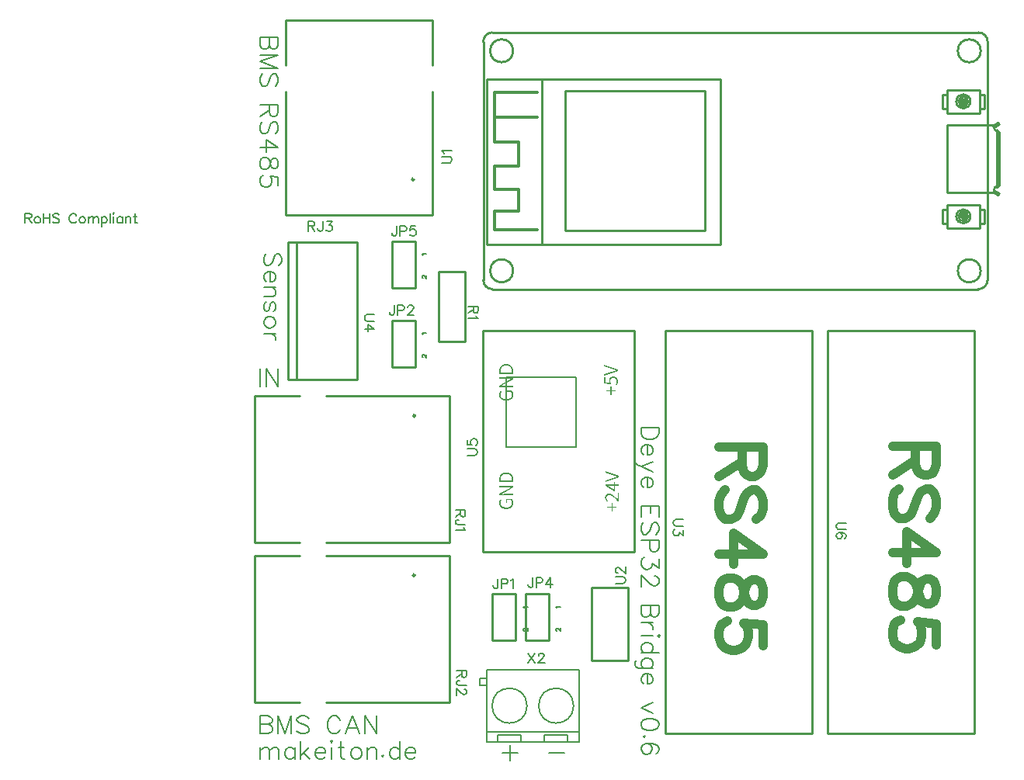
<source format=gto>
G04 Layer: TopSilkscreenLayer*
G04 EasyEDA v6.5.48, 2025-03-13 20:33:32*
G04 94a380b5bd244f86828ecfb0a5ad460b,f9ecfe7abe46434aadffdc01d2bfd918,10*
G04 Gerber Generator version 0.2*
G04 Scale: 100 percent, Rotated: No, Reflected: No *
G04 Dimensions in millimeters *
G04 leading zeros omitted , absolute positions ,4 integer and 5 decimal *
%FSLAX45Y45*%
%MOMM*%

%ADD10C,0.2032*%
%ADD11C,0.1524*%
%ADD12C,0.1500*%
%ADD13C,1.0000*%
%ADD14C,0.2540*%
%ADD15C,0.2997*%
%ADD16C,0.1270*%
%ADD17C,0.0174*%

%LPD*%
G36*
X2757170Y4958334D02*
G01*
X2750312Y4958130D01*
X2743758Y4957622D01*
X2737459Y4956708D01*
X2731516Y4955489D01*
X2725928Y4953863D01*
X2720594Y4951933D01*
X2715615Y4949647D01*
X2710942Y4947005D01*
X2706674Y4944008D01*
X2702712Y4940706D01*
X2699054Y4936998D01*
X2695803Y4932984D01*
X2692908Y4928616D01*
X2690368Y4923942D01*
X2688234Y4918913D01*
X2686456Y4913528D01*
X2685084Y4907838D01*
X2684068Y4901793D01*
X2683459Y4895443D01*
X2683256Y4888738D01*
X2683256Y4869180D01*
X2697226Y4869180D01*
X2697226Y4887468D01*
X2697480Y4894021D01*
X2698242Y4900117D01*
X2699512Y4905806D01*
X2701239Y4911039D01*
X2703474Y4915865D01*
X2706166Y4920284D01*
X2709316Y4924247D01*
X2712923Y4927803D01*
X2716987Y4930902D01*
X2721457Y4933594D01*
X2726385Y4935880D01*
X2731719Y4937760D01*
X2737510Y4939182D01*
X2743657Y4940249D01*
X2750210Y4940858D01*
X2757170Y4941062D01*
X2764078Y4940858D01*
X2770682Y4940249D01*
X2776880Y4939182D01*
X2782722Y4937760D01*
X2788158Y4935880D01*
X2793187Y4933594D01*
X2797810Y4930902D01*
X2801975Y4927803D01*
X2805734Y4924247D01*
X2808986Y4920284D01*
X2811830Y4915865D01*
X2814116Y4911039D01*
X2815996Y4905806D01*
X2817317Y4900117D01*
X2818130Y4894021D01*
X2818384Y4887468D01*
X2818384Y4869180D01*
X2683256Y4869180D01*
X2683256Y4852162D01*
X2832100Y4852162D01*
X2832100Y4889500D01*
X2831896Y4896104D01*
X2831287Y4902352D01*
X2830220Y4908296D01*
X2828798Y4913934D01*
X2826969Y4919218D01*
X2824734Y4924196D01*
X2822143Y4928819D01*
X2819196Y4933137D01*
X2815844Y4937150D01*
X2812186Y4940757D01*
X2808122Y4944059D01*
X2803753Y4947056D01*
X2799029Y4949698D01*
X2793949Y4951984D01*
X2788615Y4953914D01*
X2782925Y4955489D01*
X2776931Y4956708D01*
X2770632Y4957622D01*
X2764028Y4958130D01*
G37*
G36*
X2683256Y4810760D02*
G01*
X2683256Y4794758D01*
X2769514Y4794808D01*
X2792984Y4795875D01*
X2810256Y4797044D01*
X2810256Y4796028D01*
X2779776Y4779772D01*
X2683256Y4723638D01*
X2683256Y4706366D01*
X2832100Y4706366D01*
X2832100Y4722114D01*
X2744774Y4722063D01*
X2727655Y4721402D01*
X2705354Y4720082D01*
X2705354Y4721098D01*
X2735834Y4737354D01*
X2832100Y4793234D01*
X2832100Y4810760D01*
G37*
G36*
X2755900Y4670298D02*
G01*
X2755900Y4622292D01*
X2769870Y4622292D01*
X2769870Y4654804D01*
X2810510Y4654804D01*
X2814421Y4649368D01*
X2817418Y4642459D01*
X2819247Y4634636D01*
X2819908Y4626356D01*
X2819603Y4620463D01*
X2818790Y4614926D01*
X2817418Y4609693D01*
X2815539Y4604867D01*
X2813151Y4600346D01*
X2810256Y4596180D01*
X2806903Y4592421D01*
X2803042Y4588967D01*
X2798775Y4585970D01*
X2794050Y4583277D01*
X2788920Y4581042D01*
X2783382Y4579162D01*
X2777439Y4577689D01*
X2771140Y4576673D01*
X2764434Y4576013D01*
X2757424Y4575810D01*
X2750413Y4576064D01*
X2743758Y4576724D01*
X2737459Y4577842D01*
X2731566Y4579366D01*
X2726029Y4581347D01*
X2720949Y4583684D01*
X2716276Y4586427D01*
X2712059Y4589576D01*
X2708249Y4593031D01*
X2704947Y4596841D01*
X2702102Y4601006D01*
X2699715Y4605477D01*
X2697886Y4610303D01*
X2696514Y4615383D01*
X2695702Y4620717D01*
X2695448Y4626356D01*
X2696565Y4636973D01*
X2699613Y4645761D01*
X2704134Y4653076D01*
X2709672Y4659122D01*
X2698750Y4668520D01*
X2695498Y4665065D01*
X2692298Y4661154D01*
X2689250Y4656734D01*
X2686507Y4651806D01*
X2684170Y4646269D01*
X2682341Y4640173D01*
X2681122Y4633468D01*
X2680716Y4626102D01*
X2680919Y4620260D01*
X2681579Y4614621D01*
X2682646Y4609185D01*
X2684119Y4603953D01*
X2686050Y4598924D01*
X2688336Y4594148D01*
X2690977Y4589576D01*
X2694076Y4585309D01*
X2697480Y4581296D01*
X2701290Y4577537D01*
X2705455Y4574133D01*
X2709976Y4570984D01*
X2714802Y4568190D01*
X2719984Y4565700D01*
X2725521Y4563567D01*
X2731312Y4561789D01*
X2737459Y4560366D01*
X2743911Y4559350D01*
X2750667Y4558741D01*
X2757678Y4558538D01*
X2764790Y4558741D01*
X2771546Y4559350D01*
X2778048Y4560316D01*
X2784195Y4561687D01*
X2790037Y4563414D01*
X2795574Y4565497D01*
X2800756Y4567936D01*
X2805633Y4570679D01*
X2810103Y4573727D01*
X2814269Y4577130D01*
X2818028Y4580788D01*
X2821432Y4584700D01*
X2824480Y4588916D01*
X2827121Y4593386D01*
X2829407Y4598060D01*
X2831287Y4603038D01*
X2832709Y4608169D01*
X2833776Y4613554D01*
X2834436Y4619091D01*
X2834640Y4624832D01*
X2834335Y4632096D01*
X2833370Y4638954D01*
X2831846Y4645456D01*
X2829864Y4651451D01*
X2827375Y4656988D01*
X2824480Y4662017D01*
X2821178Y4666437D01*
X2817622Y4670298D01*
G37*
G36*
X3838956Y4970780D02*
G01*
X3838956Y4953762D01*
X3970274Y4914392D01*
X3970274Y4913630D01*
X3945788Y4906060D01*
X3921251Y4898898D01*
X3838956Y4874006D01*
X3838956Y4856226D01*
X3987800Y4903978D01*
X3987800Y4923282D01*
G37*
G36*
X3933190Y4849368D02*
G01*
X3933190Y4829048D01*
X3838956Y4829048D01*
X3838956Y4814570D01*
X3858260Y4814570D01*
X3871569Y4813757D01*
X3884676Y4813300D01*
X3933190Y4813300D01*
X3933190Y4765802D01*
X3879850Y4801870D01*
X3869029Y4807915D01*
X3858260Y4813554D01*
X3858260Y4814570D01*
X3838956Y4814570D01*
X3838956Y4811268D01*
X3935476Y4748276D01*
X3946398Y4748276D01*
X3946398Y4813300D01*
X3987800Y4813300D01*
X3987800Y4829048D01*
X3946398Y4829048D01*
X3946398Y4849368D01*
G37*
G36*
X3973576Y4734052D02*
G01*
X3973677Y4685487D01*
X3974846Y4666996D01*
X3964686Y4677511D01*
X3954678Y4687163D01*
X3944924Y4695952D01*
X3935323Y4703775D01*
X3925824Y4710582D01*
X3916476Y4716322D01*
X3907231Y4720844D01*
X3902608Y4722672D01*
X3898036Y4724196D01*
X3893464Y4725365D01*
X3888943Y4726228D01*
X3884371Y4726787D01*
X3879850Y4726940D01*
X3873449Y4726584D01*
X3867454Y4725619D01*
X3861917Y4723993D01*
X3856837Y4721758D01*
X3852265Y4718913D01*
X3848252Y4715510D01*
X3844747Y4711547D01*
X3841800Y4707077D01*
X3839464Y4702098D01*
X3837787Y4696612D01*
X3836771Y4690668D01*
X3836415Y4684268D01*
X3836822Y4677562D01*
X3837990Y4671314D01*
X3839870Y4665522D01*
X3842359Y4660087D01*
X3845560Y4654956D01*
X3849268Y4650028D01*
X3853535Y4645355D01*
X3858260Y4640834D01*
X3867404Y4650740D01*
X3863797Y4653991D01*
X3860495Y4657496D01*
X3857498Y4661154D01*
X3854907Y4665065D01*
X3852824Y4669129D01*
X3851198Y4673346D01*
X3850233Y4677714D01*
X3849878Y4682236D01*
X3850487Y4688992D01*
X3852214Y4694834D01*
X3854958Y4699711D01*
X3858666Y4703673D01*
X3863187Y4706772D01*
X3868420Y4708956D01*
X3874262Y4710277D01*
X3880612Y4710684D01*
X3884472Y4710531D01*
X3888435Y4710023D01*
X3892499Y4709210D01*
X3896614Y4708093D01*
X3900830Y4706620D01*
X3909517Y4702657D01*
X3918610Y4697272D01*
X3928211Y4690516D01*
X3938270Y4682337D01*
X3948836Y4672634D01*
X3960012Y4661458D01*
X3977894Y4641850D01*
X3987800Y4641850D01*
X3987800Y4734052D01*
G37*
G36*
X3906774Y4625086D02*
G01*
X3906774Y4583684D01*
X3862324Y4583684D01*
X3862324Y4570222D01*
X3906774Y4570222D01*
X3906774Y4528820D01*
X3919220Y4528820D01*
X3919220Y4570222D01*
X3963924Y4570222D01*
X3963924Y4583684D01*
X3919220Y4583684D01*
X3919220Y4625086D01*
G37*
G36*
X3826256Y6129274D02*
G01*
X3826256Y6112256D01*
X3957574Y6072886D01*
X3957574Y6072124D01*
X3933088Y6064554D01*
X3908551Y6057392D01*
X3826256Y6032500D01*
X3826256Y6014720D01*
X3975100Y6062472D01*
X3975100Y6081776D01*
G37*
G36*
X3926840Y6003290D02*
G01*
X3919016Y6002883D01*
X3911955Y6001715D01*
X3905605Y5999784D01*
X3899966Y5997244D01*
X3895039Y5994044D01*
X3890822Y5990285D01*
X3887266Y5986018D01*
X3884371Y5981293D01*
X3882136Y5976162D01*
X3880561Y5970676D01*
X3879646Y5964885D01*
X3879342Y5958840D01*
X3879799Y5952236D01*
X3881069Y5946343D01*
X3883101Y5940907D01*
X3885692Y5935726D01*
X3840479Y5939790D01*
X3840479Y5996178D01*
X3826256Y5996178D01*
X3826256Y5925058D01*
X3895344Y5920486D01*
X3901186Y5929630D01*
X3897325Y5935675D01*
X3894531Y5941517D01*
X3892854Y5947714D01*
X3892296Y5954776D01*
X3892905Y5961684D01*
X3894683Y5967933D01*
X3897629Y5973368D01*
X3901643Y5978042D01*
X3906672Y5981750D01*
X3912666Y5984494D01*
X3919575Y5986221D01*
X3927348Y5986780D01*
X3935323Y5986119D01*
X3942486Y5984138D01*
X3948734Y5981090D01*
X3954018Y5977077D01*
X3958234Y5972200D01*
X3961333Y5966612D01*
X3963263Y5960516D01*
X3963924Y5954014D01*
X3963568Y5947664D01*
X3962501Y5941872D01*
X3960876Y5936640D01*
X3958793Y5931916D01*
X3956253Y5927598D01*
X3953408Y5923635D01*
X3950360Y5920028D01*
X3947160Y5916676D01*
X3958082Y5908548D01*
X3961790Y5912459D01*
X3965295Y5916777D01*
X3968648Y5921603D01*
X3971594Y5926988D01*
X3974084Y5932932D01*
X3975963Y5939637D01*
X3977182Y5947054D01*
X3977640Y5955284D01*
X3977284Y5961380D01*
X3976115Y5967374D01*
X3974287Y5973165D01*
X3971696Y5978702D01*
X3968394Y5983833D01*
X3964432Y5988507D01*
X3959758Y5992723D01*
X3954475Y5996330D01*
X3948480Y5999276D01*
X3941876Y6001461D01*
X3934663Y6002832D01*
G37*
G36*
X3894074Y5895086D02*
G01*
X3894074Y5853684D01*
X3849624Y5853684D01*
X3849624Y5840222D01*
X3894074Y5840222D01*
X3894074Y5798820D01*
X3906520Y5798820D01*
X3906520Y5840222D01*
X3951224Y5840222D01*
X3951224Y5853684D01*
X3906520Y5853684D01*
X3906520Y5895086D01*
G37*
G36*
X2757170Y6139434D02*
G01*
X2750312Y6139230D01*
X2743758Y6138722D01*
X2737459Y6137808D01*
X2731516Y6136589D01*
X2725928Y6134963D01*
X2720594Y6133033D01*
X2715615Y6130747D01*
X2710942Y6128105D01*
X2706674Y6125108D01*
X2702712Y6121806D01*
X2699054Y6118098D01*
X2695803Y6114084D01*
X2692908Y6109716D01*
X2690368Y6105042D01*
X2688234Y6100013D01*
X2686456Y6094628D01*
X2685084Y6088938D01*
X2684068Y6082893D01*
X2683459Y6076543D01*
X2683256Y6069838D01*
X2683256Y6050280D01*
X2697226Y6050280D01*
X2697226Y6068568D01*
X2697480Y6075121D01*
X2698242Y6081217D01*
X2699512Y6086906D01*
X2701239Y6092139D01*
X2703474Y6096965D01*
X2706166Y6101384D01*
X2709316Y6105347D01*
X2712923Y6108903D01*
X2716987Y6112002D01*
X2721457Y6114694D01*
X2726385Y6116980D01*
X2731719Y6118860D01*
X2737510Y6120282D01*
X2743657Y6121349D01*
X2750210Y6121958D01*
X2757170Y6122162D01*
X2764078Y6121958D01*
X2770682Y6121349D01*
X2776880Y6120282D01*
X2782722Y6118860D01*
X2788158Y6116980D01*
X2793187Y6114694D01*
X2797810Y6112002D01*
X2801975Y6108903D01*
X2805734Y6105347D01*
X2808986Y6101384D01*
X2811830Y6096965D01*
X2814116Y6092139D01*
X2815996Y6086906D01*
X2817317Y6081217D01*
X2818130Y6075121D01*
X2818384Y6068568D01*
X2818384Y6050280D01*
X2683256Y6050280D01*
X2683256Y6033262D01*
X2832100Y6033262D01*
X2832100Y6070600D01*
X2831896Y6077204D01*
X2831287Y6083452D01*
X2830220Y6089396D01*
X2828798Y6095034D01*
X2826969Y6100318D01*
X2824734Y6105296D01*
X2822143Y6109919D01*
X2819196Y6114237D01*
X2815844Y6118250D01*
X2812186Y6121857D01*
X2808122Y6125159D01*
X2803753Y6128156D01*
X2799029Y6130798D01*
X2793949Y6133084D01*
X2788615Y6135014D01*
X2782925Y6136589D01*
X2776931Y6137808D01*
X2770632Y6138722D01*
X2764028Y6139230D01*
G37*
G36*
X2683256Y5991860D02*
G01*
X2683256Y5975858D01*
X2769514Y5975908D01*
X2792984Y5976975D01*
X2810256Y5978144D01*
X2810256Y5977128D01*
X2779776Y5960872D01*
X2683256Y5904738D01*
X2683256Y5887466D01*
X2832100Y5887466D01*
X2832100Y5903214D01*
X2744774Y5903163D01*
X2727655Y5902502D01*
X2705354Y5901182D01*
X2705354Y5902198D01*
X2735834Y5918454D01*
X2832100Y5974334D01*
X2832100Y5991860D01*
G37*
G36*
X2755900Y5851398D02*
G01*
X2755900Y5803392D01*
X2769870Y5803392D01*
X2769870Y5835904D01*
X2810510Y5835904D01*
X2814421Y5830468D01*
X2817418Y5823559D01*
X2819247Y5815736D01*
X2819908Y5807456D01*
X2819603Y5801563D01*
X2818790Y5796026D01*
X2817418Y5790793D01*
X2815539Y5785967D01*
X2813151Y5781446D01*
X2810256Y5777280D01*
X2806903Y5773521D01*
X2803042Y5770067D01*
X2798775Y5767070D01*
X2794050Y5764377D01*
X2788920Y5762142D01*
X2783382Y5760262D01*
X2777439Y5758789D01*
X2771140Y5757773D01*
X2764434Y5757113D01*
X2757424Y5756910D01*
X2750413Y5757164D01*
X2743758Y5757824D01*
X2737459Y5758942D01*
X2731566Y5760466D01*
X2726029Y5762447D01*
X2720949Y5764784D01*
X2716276Y5767527D01*
X2712059Y5770676D01*
X2708249Y5774131D01*
X2704947Y5777941D01*
X2702102Y5782106D01*
X2699715Y5786577D01*
X2697886Y5791403D01*
X2696514Y5796483D01*
X2695702Y5801817D01*
X2695448Y5807456D01*
X2696565Y5818073D01*
X2699613Y5826861D01*
X2704134Y5834176D01*
X2709672Y5840222D01*
X2698750Y5849620D01*
X2695498Y5846165D01*
X2692298Y5842254D01*
X2689250Y5837834D01*
X2686507Y5832906D01*
X2684170Y5827369D01*
X2682341Y5821273D01*
X2681122Y5814568D01*
X2680716Y5807202D01*
X2680919Y5801360D01*
X2681579Y5795721D01*
X2682646Y5790285D01*
X2684119Y5785053D01*
X2686050Y5780024D01*
X2688336Y5775248D01*
X2690977Y5770676D01*
X2694076Y5766409D01*
X2697480Y5762396D01*
X2701290Y5758637D01*
X2705455Y5755233D01*
X2709976Y5752084D01*
X2714802Y5749290D01*
X2719984Y5746800D01*
X2725521Y5744667D01*
X2731312Y5742889D01*
X2737459Y5741466D01*
X2743911Y5740450D01*
X2750667Y5739841D01*
X2757678Y5739638D01*
X2764790Y5739841D01*
X2771546Y5740450D01*
X2778048Y5741416D01*
X2784195Y5742787D01*
X2790037Y5744514D01*
X2795574Y5746597D01*
X2800756Y5749036D01*
X2805633Y5751779D01*
X2810103Y5754827D01*
X2814269Y5758230D01*
X2818028Y5761888D01*
X2821432Y5765800D01*
X2824480Y5770016D01*
X2827121Y5774486D01*
X2829407Y5779160D01*
X2831287Y5784138D01*
X2832709Y5789269D01*
X2833776Y5794654D01*
X2834436Y5800191D01*
X2834640Y5805932D01*
X2834335Y5813196D01*
X2833370Y5820054D01*
X2831846Y5826556D01*
X2829864Y5832551D01*
X2827375Y5838088D01*
X2824480Y5843117D01*
X2821178Y5847537D01*
X2817622Y5851398D01*
G37*
D10*
X76200Y1956562D02*
G01*
X76200Y1827276D01*
X76200Y1919478D02*
G01*
X103886Y1947163D01*
X122428Y1956562D01*
X150113Y1956562D01*
X168655Y1947163D01*
X177800Y1919478D01*
X177800Y1827276D01*
X177800Y1919478D02*
G01*
X205486Y1947163D01*
X224028Y1956562D01*
X251713Y1956562D01*
X270255Y1947163D01*
X279400Y1919478D01*
X279400Y1827276D01*
X451104Y1956562D02*
G01*
X451104Y1827276D01*
X451104Y1928876D02*
G01*
X432815Y1947163D01*
X414273Y1956562D01*
X386587Y1956562D01*
X368045Y1947163D01*
X349504Y1928876D01*
X340360Y1901189D01*
X340360Y1882647D01*
X349504Y1854962D01*
X368045Y1836420D01*
X386587Y1827276D01*
X414273Y1827276D01*
X432815Y1836420D01*
X451104Y1854962D01*
X512063Y2021078D02*
G01*
X512063Y1827276D01*
X604520Y1956562D02*
G01*
X512063Y1864105D01*
X549147Y1901189D02*
G01*
X613663Y1827276D01*
X674623Y1901189D02*
G01*
X785621Y1901189D01*
X785621Y1919478D01*
X776223Y1938020D01*
X767079Y1947163D01*
X748537Y1956562D01*
X720852Y1956562D01*
X702310Y1947163D01*
X684021Y1928876D01*
X674623Y1901189D01*
X674623Y1882647D01*
X684021Y1854962D01*
X702310Y1836420D01*
X720852Y1827276D01*
X748537Y1827276D01*
X767079Y1836420D01*
X785621Y1854962D01*
X846581Y2021078D02*
G01*
X855726Y2011934D01*
X864870Y2021078D01*
X855726Y2030476D01*
X846581Y2021078D01*
X855726Y1956562D02*
G01*
X855726Y1827276D01*
X953770Y2021078D02*
G01*
X953770Y1864105D01*
X962913Y1836420D01*
X981455Y1827276D01*
X999744Y1827276D01*
X925829Y1956562D02*
G01*
X990600Y1956562D01*
X1106931Y1956562D02*
G01*
X1088389Y1947163D01*
X1070102Y1928876D01*
X1060704Y1901189D01*
X1060704Y1882647D01*
X1070102Y1854962D01*
X1088389Y1836420D01*
X1106931Y1827276D01*
X1134618Y1827276D01*
X1153160Y1836420D01*
X1171702Y1854962D01*
X1180845Y1882647D01*
X1180845Y1901189D01*
X1171702Y1928876D01*
X1153160Y1947163D01*
X1134618Y1956562D01*
X1106931Y1956562D01*
X1241805Y1956562D02*
G01*
X1241805Y1827276D01*
X1241805Y1919478D02*
G01*
X1269492Y1947163D01*
X1288034Y1956562D01*
X1315720Y1956562D01*
X1334262Y1947163D01*
X1343405Y1919478D01*
X1343405Y1827276D01*
X1413510Y1873250D02*
G01*
X1404365Y1864105D01*
X1413510Y1854962D01*
X1422907Y1864105D01*
X1413510Y1873250D01*
X1594612Y2021078D02*
G01*
X1594612Y1827276D01*
X1594612Y1928876D02*
G01*
X1576070Y1947163D01*
X1557781Y1956562D01*
X1530095Y1956562D01*
X1511554Y1947163D01*
X1493012Y1928876D01*
X1483868Y1901189D01*
X1483868Y1882647D01*
X1493012Y1854962D01*
X1511554Y1836420D01*
X1530095Y1827276D01*
X1557781Y1827276D01*
X1576070Y1836420D01*
X1594612Y1854962D01*
X1655571Y1901189D02*
G01*
X1766570Y1901189D01*
X1766570Y1919478D01*
X1757171Y1938020D01*
X1748028Y1947163D01*
X1729486Y1956562D01*
X1701800Y1956562D01*
X1683257Y1947163D01*
X1664970Y1928876D01*
X1655571Y1901189D01*
X1655571Y1882647D01*
X1664970Y1854962D01*
X1683257Y1836420D01*
X1701800Y1827276D01*
X1729486Y1827276D01*
X1748028Y1836420D01*
X1766570Y1854962D01*
X278892Y7211313D02*
G01*
X297434Y7229855D01*
X306578Y7257542D01*
X306578Y7294371D01*
X297434Y7322058D01*
X278892Y7340600D01*
X260350Y7340600D01*
X242062Y7331455D01*
X232663Y7322058D01*
X223520Y7303770D01*
X204978Y7248144D01*
X195834Y7229855D01*
X186689Y7220458D01*
X168147Y7211313D01*
X140462Y7211313D01*
X121920Y7229855D01*
X112776Y7257542D01*
X112776Y7294371D01*
X121920Y7322058D01*
X140462Y7340600D01*
X186689Y7150354D02*
G01*
X186689Y7039610D01*
X204978Y7039610D01*
X223520Y7048754D01*
X232663Y7057897D01*
X242062Y7076439D01*
X242062Y7104126D01*
X232663Y7122668D01*
X214376Y7141210D01*
X186689Y7150354D01*
X168147Y7150354D01*
X140462Y7141210D01*
X121920Y7122668D01*
X112776Y7104126D01*
X112776Y7076439D01*
X121920Y7057897D01*
X140462Y7039610D01*
X242062Y6978650D02*
G01*
X112776Y6978650D01*
X204978Y6978650D02*
G01*
X232663Y6950710D01*
X242062Y6932421D01*
X242062Y6904736D01*
X232663Y6886194D01*
X204978Y6877050D01*
X112776Y6877050D01*
X214376Y6714489D02*
G01*
X232663Y6723634D01*
X242062Y6751320D01*
X242062Y6779005D01*
X232663Y6806692D01*
X214376Y6816089D01*
X195834Y6806692D01*
X186689Y6788150D01*
X177292Y6742176D01*
X168147Y6723634D01*
X149605Y6714489D01*
X140462Y6714489D01*
X121920Y6723634D01*
X112776Y6751320D01*
X112776Y6779005D01*
X121920Y6806692D01*
X140462Y6816089D01*
X242062Y6607302D02*
G01*
X232663Y6625589D01*
X214376Y6644131D01*
X186689Y6653529D01*
X168147Y6653529D01*
X140462Y6644131D01*
X121920Y6625589D01*
X112776Y6607302D01*
X112776Y6579615D01*
X121920Y6561073D01*
X140462Y6542531D01*
X168147Y6533387D01*
X186689Y6533387D01*
X214376Y6542531D01*
X232663Y6561073D01*
X242062Y6579615D01*
X242062Y6607302D01*
X242062Y6472428D02*
G01*
X112776Y6472428D01*
X186689Y6472428D02*
G01*
X214376Y6463029D01*
X232663Y6444742D01*
X242062Y6426200D01*
X242062Y6398513D01*
X76200Y6085078D02*
G01*
X76200Y5891276D01*
X137160Y6085078D02*
G01*
X137160Y5891276D01*
X137160Y6085078D02*
G01*
X266445Y5891276D01*
X266445Y6085078D02*
G01*
X266445Y5891276D01*
X268478Y9702800D02*
G01*
X74676Y9702800D01*
X268478Y9702800D02*
G01*
X268478Y9619742D01*
X259334Y9592055D01*
X250189Y9582658D01*
X231647Y9573513D01*
X213105Y9573513D01*
X194563Y9582658D01*
X185420Y9592055D01*
X176276Y9619742D01*
X176276Y9702800D02*
G01*
X176276Y9619742D01*
X166878Y9592055D01*
X157734Y9582658D01*
X139192Y9573513D01*
X111505Y9573513D01*
X92963Y9582658D01*
X83820Y9592055D01*
X74676Y9619742D01*
X74676Y9702800D01*
X268478Y9512554D02*
G01*
X74676Y9512554D01*
X268478Y9512554D02*
G01*
X74676Y9438639D01*
X268478Y9364726D02*
G01*
X74676Y9438639D01*
X268478Y9364726D02*
G01*
X74676Y9364726D01*
X240792Y9174479D02*
G01*
X259334Y9193021D01*
X268478Y9220708D01*
X268478Y9257537D01*
X259334Y9285224D01*
X240792Y9303765D01*
X222250Y9303765D01*
X203962Y9294621D01*
X194563Y9285224D01*
X185420Y9266936D01*
X166878Y9211310D01*
X157734Y9193021D01*
X148589Y9183624D01*
X130047Y9174479D01*
X102362Y9174479D01*
X83820Y9193021D01*
X74676Y9220708D01*
X74676Y9257537D01*
X83820Y9285224D01*
X102362Y9303765D01*
X268478Y8971279D02*
G01*
X74676Y8971279D01*
X268478Y8971279D02*
G01*
X268478Y8888221D01*
X259334Y8860536D01*
X250189Y8851137D01*
X231647Y8841994D01*
X213105Y8841994D01*
X194563Y8851137D01*
X185420Y8860536D01*
X176276Y8888221D01*
X176276Y8971279D01*
X176276Y8906510D02*
G01*
X74676Y8841994D01*
X240792Y8651747D02*
G01*
X259334Y8670289D01*
X268478Y8697976D01*
X268478Y8734805D01*
X259334Y8762492D01*
X240792Y8781034D01*
X222250Y8781034D01*
X203962Y8771889D01*
X194563Y8762492D01*
X185420Y8743950D01*
X166878Y8688578D01*
X157734Y8670289D01*
X148589Y8660892D01*
X130047Y8651747D01*
X102362Y8651747D01*
X83820Y8670289D01*
X74676Y8697976D01*
X74676Y8734805D01*
X83820Y8762492D01*
X102362Y8781034D01*
X268478Y8498331D02*
G01*
X139192Y8590787D01*
X139192Y8452104D01*
X268478Y8498331D02*
G01*
X74676Y8498331D01*
X268478Y8345170D02*
G01*
X259334Y8372855D01*
X240792Y8382000D01*
X222250Y8382000D01*
X203962Y8372855D01*
X194563Y8354313D01*
X185420Y8317229D01*
X176276Y8289544D01*
X157734Y8271255D01*
X139192Y8261858D01*
X111505Y8261858D01*
X92963Y8271255D01*
X83820Y8280400D01*
X74676Y8308086D01*
X74676Y8345170D01*
X83820Y8372855D01*
X92963Y8382000D01*
X111505Y8391144D01*
X139192Y8391144D01*
X157734Y8382000D01*
X176276Y8363458D01*
X185420Y8335771D01*
X194563Y8298942D01*
X203962Y8280400D01*
X222250Y8271255D01*
X240792Y8271255D01*
X259334Y8280400D01*
X268478Y8308086D01*
X268478Y8345170D01*
X268478Y8090154D02*
G01*
X268478Y8182610D01*
X185420Y8191754D01*
X194563Y8182610D01*
X203962Y8154670D01*
X203962Y8126984D01*
X194563Y8099297D01*
X176276Y8081010D01*
X148589Y8071612D01*
X130047Y8071612D01*
X102362Y8081010D01*
X83820Y8099297D01*
X74676Y8126984D01*
X74676Y8154670D01*
X83820Y8182610D01*
X92963Y8191754D01*
X111505Y8200897D01*
X76200Y2300478D02*
G01*
X76200Y2106676D01*
X76200Y2300478D02*
G01*
X159257Y2300478D01*
X186944Y2291334D01*
X196342Y2282189D01*
X205486Y2263647D01*
X205486Y2245105D01*
X196342Y2226563D01*
X186944Y2217420D01*
X159257Y2208276D01*
X76200Y2208276D02*
G01*
X159257Y2208276D01*
X186944Y2198878D01*
X196342Y2189734D01*
X205486Y2171192D01*
X205486Y2143505D01*
X196342Y2124963D01*
X186944Y2115820D01*
X159257Y2106676D01*
X76200Y2106676D01*
X266445Y2300478D02*
G01*
X266445Y2106676D01*
X266445Y2300478D02*
G01*
X340360Y2106676D01*
X414273Y2300478D02*
G01*
X340360Y2106676D01*
X414273Y2300478D02*
G01*
X414273Y2106676D01*
X604520Y2272792D02*
G01*
X585978Y2291334D01*
X558292Y2300478D01*
X521462Y2300478D01*
X493776Y2291334D01*
X475234Y2272792D01*
X475234Y2254250D01*
X484378Y2235962D01*
X493776Y2226563D01*
X512063Y2217420D01*
X567689Y2198878D01*
X585978Y2189734D01*
X595376Y2180589D01*
X604520Y2162047D01*
X604520Y2134362D01*
X585978Y2115820D01*
X558292Y2106676D01*
X521462Y2106676D01*
X493776Y2115820D01*
X475234Y2134362D01*
X946150Y2254250D02*
G01*
X937005Y2272792D01*
X918463Y2291334D01*
X900176Y2300478D01*
X863092Y2300478D01*
X844550Y2291334D01*
X826262Y2272792D01*
X816863Y2254250D01*
X807720Y2226563D01*
X807720Y2180589D01*
X816863Y2152650D01*
X826262Y2134362D01*
X844550Y2115820D01*
X863092Y2106676D01*
X900176Y2106676D01*
X918463Y2115820D01*
X937005Y2134362D01*
X946150Y2152650D01*
X1081023Y2300478D02*
G01*
X1007110Y2106676D01*
X1081023Y2300478D02*
G01*
X1154937Y2106676D01*
X1035050Y2171192D02*
G01*
X1127252Y2171192D01*
X1215897Y2300478D02*
G01*
X1215897Y2106676D01*
X1215897Y2300478D02*
G01*
X1345184Y2106676D01*
X1345184Y2300478D02*
G01*
X1345184Y2106676D01*
X4421377Y5448300D02*
G01*
X4227575Y5448300D01*
X4421377Y5448300D02*
G01*
X4421377Y5383529D01*
X4412234Y5355844D01*
X4393691Y5337555D01*
X4375150Y5328157D01*
X4347463Y5319013D01*
X4301490Y5319013D01*
X4273550Y5328157D01*
X4255261Y5337555D01*
X4236720Y5355844D01*
X4227575Y5383529D01*
X4227575Y5448300D01*
X4301490Y5258054D02*
G01*
X4301490Y5147310D01*
X4319777Y5147310D01*
X4338320Y5156454D01*
X4347463Y5165597D01*
X4356861Y5184139D01*
X4356861Y5211826D01*
X4347463Y5230368D01*
X4329175Y5248910D01*
X4301490Y5258054D01*
X4282947Y5258054D01*
X4255261Y5248910D01*
X4236720Y5230368D01*
X4227575Y5211826D01*
X4227575Y5184139D01*
X4236720Y5165597D01*
X4255261Y5147310D01*
X4356861Y5076952D02*
G01*
X4227575Y5021579D01*
X4356861Y4966207D02*
G01*
X4227575Y5021579D01*
X4190491Y5040121D01*
X4171950Y5058410D01*
X4162806Y5076952D01*
X4162806Y5086350D01*
X4301490Y4905247D02*
G01*
X4301490Y4794250D01*
X4319777Y4794250D01*
X4338320Y4803647D01*
X4347463Y4812792D01*
X4356861Y4831334D01*
X4356861Y4859020D01*
X4347463Y4877562D01*
X4329175Y4895850D01*
X4301490Y4905247D01*
X4282947Y4905247D01*
X4255261Y4895850D01*
X4236720Y4877562D01*
X4227575Y4859020D01*
X4227575Y4831334D01*
X4236720Y4812792D01*
X4255261Y4794250D01*
X4421377Y4591050D02*
G01*
X4227575Y4591050D01*
X4421377Y4591050D02*
G01*
X4421377Y4471162D01*
X4329175Y4591050D02*
G01*
X4329175Y4517389D01*
X4227575Y4591050D02*
G01*
X4227575Y4471162D01*
X4393691Y4280915D02*
G01*
X4412234Y4299204D01*
X4421377Y4326889D01*
X4421377Y4363973D01*
X4412234Y4391660D01*
X4393691Y4410202D01*
X4375150Y4410202D01*
X4356861Y4400804D01*
X4347463Y4391660D01*
X4338320Y4373118D01*
X4319777Y4317745D01*
X4310634Y4299204D01*
X4301490Y4290060D01*
X4282947Y4280915D01*
X4255261Y4280915D01*
X4236720Y4299204D01*
X4227575Y4326889D01*
X4227575Y4363973D01*
X4236720Y4391660D01*
X4255261Y4410202D01*
X4421377Y4219955D02*
G01*
X4227575Y4219955D01*
X4421377Y4219955D02*
G01*
X4421377Y4136644D01*
X4412234Y4108957D01*
X4403090Y4099813D01*
X4384547Y4090670D01*
X4356861Y4090670D01*
X4338320Y4099813D01*
X4329175Y4108957D01*
X4319777Y4136644D01*
X4319777Y4219955D01*
X4421377Y4011168D02*
G01*
X4421377Y3909568D01*
X4347463Y3964939D01*
X4347463Y3937254D01*
X4338320Y3918712D01*
X4329175Y3909568D01*
X4301490Y3900170D01*
X4282947Y3900170D01*
X4255261Y3909568D01*
X4236720Y3928110D01*
X4227575Y3955795D01*
X4227575Y3983481D01*
X4236720Y4011168D01*
X4245863Y4020312D01*
X4264406Y4029710D01*
X4375150Y3830065D02*
G01*
X4384547Y3830065D01*
X4403090Y3820921D01*
X4412234Y3811523D01*
X4421377Y3793236D01*
X4421377Y3756152D01*
X4412234Y3737610D01*
X4403090Y3728465D01*
X4384547Y3719321D01*
X4366006Y3719321D01*
X4347463Y3728465D01*
X4319777Y3747007D01*
X4227575Y3839210D01*
X4227575Y3709923D01*
X4421377Y3506723D02*
G01*
X4227575Y3506723D01*
X4421377Y3506723D02*
G01*
X4421377Y3423665D01*
X4412234Y3395979D01*
X4403090Y3386836D01*
X4384547Y3377437D01*
X4366006Y3377437D01*
X4347463Y3386836D01*
X4338320Y3395979D01*
X4329175Y3423665D01*
X4329175Y3506723D02*
G01*
X4329175Y3423665D01*
X4319777Y3395979D01*
X4310634Y3386836D01*
X4292091Y3377437D01*
X4264406Y3377437D01*
X4245863Y3386836D01*
X4236720Y3395979D01*
X4227575Y3423665D01*
X4227575Y3506723D01*
X4356861Y3316478D02*
G01*
X4227575Y3316478D01*
X4301490Y3316478D02*
G01*
X4329175Y3307334D01*
X4347463Y3288792D01*
X4356861Y3270250D01*
X4356861Y3242563D01*
X4421377Y3181604D02*
G01*
X4412234Y3172460D01*
X4421377Y3163315D01*
X4430775Y3172460D01*
X4421377Y3181604D01*
X4356861Y3172460D02*
G01*
X4227575Y3172460D01*
X4421377Y2991357D02*
G01*
X4227575Y2991357D01*
X4329175Y2991357D02*
G01*
X4347463Y3009900D01*
X4356861Y3028442D01*
X4356861Y3056128D01*
X4347463Y3074670D01*
X4329175Y3092957D01*
X4301490Y3102355D01*
X4282947Y3102355D01*
X4255261Y3092957D01*
X4236720Y3074670D01*
X4227575Y3056128D01*
X4227575Y3028442D01*
X4236720Y3009900D01*
X4255261Y2991357D01*
X4356861Y2819654D02*
G01*
X4209034Y2819654D01*
X4181347Y2828797D01*
X4171950Y2838195D01*
X4162806Y2856484D01*
X4162806Y2884170D01*
X4171950Y2902712D01*
X4329175Y2819654D02*
G01*
X4347463Y2838195D01*
X4356861Y2856484D01*
X4356861Y2884170D01*
X4347463Y2902712D01*
X4329175Y2921254D01*
X4301490Y2930397D01*
X4282947Y2930397D01*
X4255261Y2921254D01*
X4236720Y2902712D01*
X4227575Y2884170D01*
X4227575Y2856484D01*
X4236720Y2838195D01*
X4255261Y2819654D01*
X4301490Y2758694D02*
G01*
X4301490Y2647950D01*
X4319777Y2647950D01*
X4338320Y2657094D01*
X4347463Y2666237D01*
X4356861Y2684779D01*
X4356861Y2712465D01*
X4347463Y2731007D01*
X4329175Y2749550D01*
X4301490Y2758694D01*
X4282947Y2758694D01*
X4255261Y2749550D01*
X4236720Y2731007D01*
X4227575Y2712465D01*
X4227575Y2684779D01*
X4236720Y2666237D01*
X4255261Y2647950D01*
X4356861Y2444750D02*
G01*
X4227575Y2389123D01*
X4356861Y2333752D02*
G01*
X4227575Y2389123D01*
X4421377Y2217420D02*
G01*
X4412234Y2245105D01*
X4384547Y2263647D01*
X4338320Y2272792D01*
X4310634Y2272792D01*
X4264406Y2263647D01*
X4236720Y2245105D01*
X4227575Y2217420D01*
X4227575Y2198878D01*
X4236720Y2171192D01*
X4264406Y2152650D01*
X4310634Y2143505D01*
X4338320Y2143505D01*
X4384547Y2152650D01*
X4412234Y2171192D01*
X4421377Y2198878D01*
X4421377Y2217420D01*
X4273550Y2073402D02*
G01*
X4264406Y2082545D01*
X4255261Y2073402D01*
X4264406Y2064004D01*
X4273550Y2073402D01*
X4393691Y1892300D02*
G01*
X4412234Y1901444D01*
X4421377Y1929129D01*
X4421377Y1947671D01*
X4412234Y1975357D01*
X4384547Y1993900D01*
X4338320Y2003044D01*
X4292091Y2003044D01*
X4255261Y1993900D01*
X4236720Y1975357D01*
X4227575Y1947671D01*
X4227575Y1938528D01*
X4236720Y1910842D01*
X4255261Y1892300D01*
X4282947Y1883155D01*
X4292091Y1883155D01*
X4319777Y1892300D01*
X4338320Y1910842D01*
X4347463Y1938528D01*
X4347463Y1947671D01*
X4338320Y1975357D01*
X4319777Y1993900D01*
X4292091Y2003044D01*
X2800858Y1980692D02*
G01*
X2800858Y1814576D01*
X2717800Y1897634D02*
G01*
X2884170Y1897634D01*
X3225800Y1897634D02*
G01*
X3392170Y1897634D01*
D11*
X2056384Y8331200D02*
G01*
X2134361Y8331200D01*
X2149856Y8336279D01*
X2160270Y8346694D01*
X2165350Y8362442D01*
X2165350Y8372855D01*
X2160270Y8388350D01*
X2149856Y8398763D01*
X2134361Y8403844D01*
X2056384Y8403844D01*
X2077211Y8438134D02*
G01*
X2071877Y8448547D01*
X2056384Y8464295D01*
X2165350Y8464295D01*
D12*
X-2489200Y7781797D02*
G01*
X-2489200Y7676895D01*
X-2489200Y7781797D02*
G01*
X-2444242Y7781797D01*
X-2429255Y7776718D01*
X-2424176Y7771892D01*
X-2419095Y7761731D01*
X-2419095Y7751826D01*
X-2424176Y7741920D01*
X-2429255Y7736839D01*
X-2444242Y7731760D01*
X-2489200Y7731760D01*
X-2454147Y7731760D02*
G01*
X-2419095Y7676895D01*
X-2361184Y7746745D02*
G01*
X-2371089Y7741920D01*
X-2381250Y7731760D01*
X-2386076Y7716773D01*
X-2386076Y7706868D01*
X-2381250Y7691881D01*
X-2371089Y7681721D01*
X-2361184Y7676895D01*
X-2346197Y7676895D01*
X-2336292Y7681721D01*
X-2326131Y7691881D01*
X-2321305Y7706868D01*
X-2321305Y7716773D01*
X-2326131Y7731760D01*
X-2336292Y7741920D01*
X-2346197Y7746745D01*
X-2361184Y7746745D01*
X-2288286Y7781797D02*
G01*
X-2288286Y7676895D01*
X-2218181Y7781797D02*
G01*
X-2218181Y7676895D01*
X-2288286Y7731760D02*
G01*
X-2218181Y7731760D01*
X-2115312Y7766812D02*
G01*
X-2125218Y7776718D01*
X-2140204Y7781797D01*
X-2160270Y7781797D01*
X-2175255Y7776718D01*
X-2185162Y7766812D01*
X-2185162Y7756905D01*
X-2180081Y7746745D01*
X-2175255Y7741920D01*
X-2165095Y7736839D01*
X-2135123Y7726679D01*
X-2125218Y7721854D01*
X-2120137Y7716773D01*
X-2115312Y7706868D01*
X-2115312Y7691881D01*
X-2125218Y7681721D01*
X-2140204Y7676895D01*
X-2160270Y7676895D01*
X-2175255Y7681721D01*
X-2185162Y7691881D01*
X-1930145Y7756905D02*
G01*
X-1935226Y7766812D01*
X-1945131Y7776718D01*
X-1955292Y7781797D01*
X-1975104Y7781797D01*
X-1985263Y7776718D01*
X-1995170Y7766812D01*
X-2000250Y7756905D01*
X-2005076Y7741920D01*
X-2005076Y7716773D01*
X-2000250Y7701787D01*
X-1995170Y7691881D01*
X-1985263Y7681721D01*
X-1975104Y7676895D01*
X-1955292Y7676895D01*
X-1945131Y7681721D01*
X-1935226Y7691881D01*
X-1930145Y7701787D01*
X-1872234Y7746745D02*
G01*
X-1882139Y7741920D01*
X-1892300Y7731760D01*
X-1897126Y7716773D01*
X-1897126Y7706868D01*
X-1892300Y7691881D01*
X-1882139Y7681721D01*
X-1872234Y7676895D01*
X-1857247Y7676895D01*
X-1847087Y7681721D01*
X-1837181Y7691881D01*
X-1832102Y7706868D01*
X-1832102Y7716773D01*
X-1837181Y7731760D01*
X-1847087Y7741920D01*
X-1857247Y7746745D01*
X-1872234Y7746745D01*
X-1799081Y7746745D02*
G01*
X-1799081Y7676895D01*
X-1799081Y7726679D02*
G01*
X-1784095Y7741920D01*
X-1774189Y7746745D01*
X-1759204Y7746745D01*
X-1749297Y7741920D01*
X-1744218Y7726679D01*
X-1744218Y7676895D01*
X-1744218Y7726679D02*
G01*
X-1729231Y7741920D01*
X-1719326Y7746745D01*
X-1704086Y7746745D01*
X-1694179Y7741920D01*
X-1689100Y7726679D01*
X-1689100Y7676895D01*
X-1656079Y7746745D02*
G01*
X-1656079Y7641844D01*
X-1656079Y7731760D02*
G01*
X-1646173Y7741920D01*
X-1636268Y7746745D01*
X-1621281Y7746745D01*
X-1611121Y7741920D01*
X-1601215Y7731760D01*
X-1596136Y7716773D01*
X-1596136Y7706868D01*
X-1601215Y7691881D01*
X-1611121Y7681721D01*
X-1621281Y7676895D01*
X-1636268Y7676895D01*
X-1646173Y7681721D01*
X-1656079Y7691881D01*
X-1563115Y7781797D02*
G01*
X-1563115Y7676895D01*
X-1530095Y7781797D02*
G01*
X-1525270Y7776718D01*
X-1520189Y7781797D01*
X-1525270Y7786878D01*
X-1530095Y7781797D01*
X-1525270Y7746745D02*
G01*
X-1525270Y7676895D01*
X-1427226Y7746745D02*
G01*
X-1427226Y7676895D01*
X-1427226Y7731760D02*
G01*
X-1437131Y7741920D01*
X-1447292Y7746745D01*
X-1462278Y7746745D01*
X-1472184Y7741920D01*
X-1482089Y7731760D01*
X-1487170Y7716773D01*
X-1487170Y7706868D01*
X-1482089Y7691881D01*
X-1472184Y7681721D01*
X-1462278Y7676895D01*
X-1447292Y7676895D01*
X-1437131Y7681721D01*
X-1427226Y7691881D01*
X-1394205Y7746745D02*
G01*
X-1394205Y7676895D01*
X-1394205Y7726679D02*
G01*
X-1379220Y7741920D01*
X-1369313Y7746745D01*
X-1354328Y7746745D01*
X-1344168Y7741920D01*
X-1339087Y7726679D01*
X-1339087Y7676895D01*
X-1291081Y7781797D02*
G01*
X-1291081Y7696708D01*
X-1286255Y7681721D01*
X-1276095Y7676895D01*
X-1266189Y7676895D01*
X-1306321Y7746745D02*
G01*
X-1271270Y7746745D01*
D11*
X2997200Y2985515D02*
G01*
X3069843Y2876550D01*
X3069843Y2985515D02*
G01*
X2997200Y2876550D01*
X3109468Y2959607D02*
G01*
X3109468Y2964687D01*
X3114547Y2975102D01*
X3119881Y2980436D01*
X3130295Y2985515D01*
X3150870Y2985515D01*
X3161284Y2980436D01*
X3166618Y2975102D01*
X3171697Y2964687D01*
X3171697Y2954273D01*
X3166618Y2943860D01*
X3156204Y2928365D01*
X3104134Y2876550D01*
X3177031Y2876550D01*
X2668270Y3798315D02*
G01*
X2668270Y3715257D01*
X2662936Y3699510D01*
X2657856Y3694429D01*
X2647441Y3689350D01*
X2637027Y3689350D01*
X2626613Y3694429D01*
X2621279Y3699510D01*
X2616200Y3715257D01*
X2616200Y3725671D01*
X2702559Y3798315D02*
G01*
X2702559Y3689350D01*
X2702559Y3798315D02*
G01*
X2749295Y3798315D01*
X2764790Y3793236D01*
X2769870Y3787902D01*
X2775204Y3777487D01*
X2775204Y3761994D01*
X2769870Y3751579D01*
X2764790Y3746500D01*
X2749295Y3741165D01*
X2702559Y3741165D01*
X2809493Y3777487D02*
G01*
X2819908Y3782821D01*
X2835402Y3798315D01*
X2835402Y3689350D01*
X2955543Y3228086D02*
G01*
X2953258Y3228086D01*
X2948686Y3230371D01*
X2946400Y3232657D01*
X2944113Y3237229D01*
X2944113Y3246628D01*
X2946400Y3251200D01*
X2948686Y3253486D01*
X2953258Y3255771D01*
X2957829Y3255771D01*
X2962656Y3253486D01*
X2969513Y3248913D01*
X2992627Y3225800D01*
X2992627Y3258057D01*
X2953258Y3479800D02*
G01*
X2950972Y3484371D01*
X2944113Y3491229D01*
X2992627Y3491229D01*
X2312428Y4546600D02*
G01*
X2203462Y4546600D01*
X2312428Y4546600D02*
G01*
X2312428Y4499863D01*
X2307348Y4484370D01*
X2302014Y4479036D01*
X2291600Y4473955D01*
X2281186Y4473955D01*
X2270772Y4479036D01*
X2265692Y4484370D01*
X2260612Y4499863D01*
X2260612Y4546600D01*
X2260612Y4510278D02*
G01*
X2203462Y4473955D01*
X2312428Y4387595D02*
G01*
X2229370Y4387595D01*
X2213622Y4392929D01*
X2208542Y4398010D01*
X2203462Y4408423D01*
X2203462Y4418837D01*
X2208542Y4429252D01*
X2213622Y4434331D01*
X2229370Y4439665D01*
X2239784Y4439665D01*
X2291600Y4353305D02*
G01*
X2296934Y4342892D01*
X2312428Y4327397D01*
X2203462Y4327397D01*
X2325128Y2794000D02*
G01*
X2216162Y2794000D01*
X2325128Y2794000D02*
G01*
X2325128Y2747263D01*
X2320048Y2731770D01*
X2314714Y2726436D01*
X2304300Y2721355D01*
X2293886Y2721355D01*
X2283472Y2726436D01*
X2278392Y2731770D01*
X2273312Y2747263D01*
X2273312Y2794000D01*
X2273312Y2757678D02*
G01*
X2216162Y2721355D01*
X2325128Y2634995D02*
G01*
X2242070Y2634995D01*
X2226322Y2640329D01*
X2221242Y2645410D01*
X2216162Y2655823D01*
X2216162Y2666237D01*
X2221242Y2676652D01*
X2226322Y2681731D01*
X2242070Y2687065D01*
X2252484Y2687065D01*
X2299220Y2595626D02*
G01*
X2304300Y2595626D01*
X2314714Y2590292D01*
X2320048Y2585212D01*
X2325128Y2574797D01*
X2325128Y2553970D01*
X2320048Y2543555D01*
X2314714Y2538476D01*
X2304300Y2533142D01*
X2293886Y2533142D01*
X2283472Y2538476D01*
X2267978Y2548889D01*
X2216162Y2600705D01*
X2216162Y2528062D01*
X2335784Y5143500D02*
G01*
X2413761Y5143500D01*
X2429256Y5148579D01*
X2439670Y5158994D01*
X2444750Y5174742D01*
X2444750Y5185155D01*
X2439670Y5200650D01*
X2429256Y5211063D01*
X2413761Y5216144D01*
X2335784Y5216144D01*
X2335784Y5312918D02*
G01*
X2335784Y5260847D01*
X2382520Y5255768D01*
X2377440Y5260847D01*
X2372106Y5276595D01*
X2372106Y5292089D01*
X2377440Y5307584D01*
X2387600Y5317997D01*
X2403347Y5323331D01*
X2413761Y5323331D01*
X2429256Y5317997D01*
X2439670Y5307584D01*
X2444750Y5292089D01*
X2444750Y5276595D01*
X2439670Y5260847D01*
X2434590Y5255768D01*
X2424175Y5250434D01*
X1537970Y6782815D02*
G01*
X1537970Y6699758D01*
X1532636Y6684010D01*
X1527555Y6678929D01*
X1517142Y6673850D01*
X1506728Y6673850D01*
X1496313Y6678929D01*
X1490979Y6684010D01*
X1485900Y6699758D01*
X1485900Y6710171D01*
X1572260Y6782815D02*
G01*
X1572260Y6673850D01*
X1572260Y6782815D02*
G01*
X1618995Y6782815D01*
X1634489Y6777736D01*
X1639570Y6772402D01*
X1644904Y6761987D01*
X1644904Y6746494D01*
X1639570Y6736079D01*
X1634489Y6731000D01*
X1618995Y6725665D01*
X1572260Y6725665D01*
X1684273Y6756908D02*
G01*
X1684273Y6761987D01*
X1689607Y6772402D01*
X1694687Y6777736D01*
X1705102Y6782815D01*
X1725929Y6782815D01*
X1736344Y6777736D01*
X1741423Y6772402D01*
X1746757Y6761987D01*
X1746757Y6751573D01*
X1741423Y6741160D01*
X1731010Y6725665D01*
X1679194Y6673850D01*
X1751837Y6673850D01*
X1850644Y6212586D02*
G01*
X1848357Y6212586D01*
X1843786Y6214871D01*
X1841500Y6217157D01*
X1839213Y6221729D01*
X1839213Y6231128D01*
X1841500Y6235700D01*
X1843786Y6237986D01*
X1848357Y6240271D01*
X1852929Y6240271D01*
X1857755Y6237986D01*
X1864613Y6233413D01*
X1887728Y6210300D01*
X1887728Y6242557D01*
X1848357Y6464300D02*
G01*
X1846071Y6468871D01*
X1839213Y6475729D01*
X1887728Y6475729D01*
X3049270Y3811015D02*
G01*
X3049270Y3727957D01*
X3043936Y3712210D01*
X3038856Y3707129D01*
X3028441Y3702050D01*
X3018027Y3702050D01*
X3007613Y3707129D01*
X3002279Y3712210D01*
X2997200Y3727957D01*
X2997200Y3738371D01*
X3083559Y3811015D02*
G01*
X3083559Y3702050D01*
X3083559Y3811015D02*
G01*
X3130295Y3811015D01*
X3145790Y3805936D01*
X3150870Y3800602D01*
X3156204Y3790187D01*
X3156204Y3774694D01*
X3150870Y3764279D01*
X3145790Y3759200D01*
X3130295Y3753865D01*
X3083559Y3753865D01*
X3242309Y3811015D02*
G01*
X3190493Y3738371D01*
X3268472Y3738371D01*
X3242309Y3811015D02*
G01*
X3242309Y3702050D01*
X3311143Y3228086D02*
G01*
X3308858Y3228086D01*
X3304286Y3230371D01*
X3302000Y3232657D01*
X3299713Y3237229D01*
X3299713Y3246628D01*
X3302000Y3251200D01*
X3304286Y3253486D01*
X3308858Y3255771D01*
X3313429Y3255771D01*
X3318256Y3253486D01*
X3325113Y3248913D01*
X3348227Y3225800D01*
X3348227Y3258057D01*
X3308858Y3479800D02*
G01*
X3306572Y3484371D01*
X3299713Y3491229D01*
X3348227Y3491229D01*
X1321815Y6680200D02*
G01*
X1243837Y6680200D01*
X1228344Y6675120D01*
X1217929Y6664705D01*
X1212850Y6648958D01*
X1212850Y6638544D01*
X1217929Y6623050D01*
X1228344Y6612636D01*
X1243837Y6607555D01*
X1321815Y6607555D01*
X1321815Y6521195D02*
G01*
X1249171Y6573265D01*
X1249171Y6495287D01*
X1321815Y6521195D02*
G01*
X1212850Y6521195D01*
X1563370Y7646415D02*
G01*
X1563370Y7563358D01*
X1558036Y7547610D01*
X1552955Y7542529D01*
X1542542Y7537450D01*
X1532128Y7537450D01*
X1521713Y7542529D01*
X1516379Y7547610D01*
X1511300Y7563358D01*
X1511300Y7573771D01*
X1597660Y7646415D02*
G01*
X1597660Y7537450D01*
X1597660Y7646415D02*
G01*
X1644395Y7646415D01*
X1659889Y7641336D01*
X1664970Y7636002D01*
X1670304Y7625587D01*
X1670304Y7610094D01*
X1664970Y7599679D01*
X1659889Y7594600D01*
X1644395Y7589265D01*
X1597660Y7589265D01*
X1766823Y7646415D02*
G01*
X1715007Y7646415D01*
X1709673Y7599679D01*
X1715007Y7604760D01*
X1730502Y7610094D01*
X1746250Y7610094D01*
X1761744Y7604760D01*
X1772157Y7594600D01*
X1777237Y7578852D01*
X1777237Y7568437D01*
X1772157Y7552944D01*
X1761744Y7542529D01*
X1746250Y7537450D01*
X1730502Y7537450D01*
X1715007Y7542529D01*
X1709673Y7547610D01*
X1704594Y7558023D01*
X1850644Y7076186D02*
G01*
X1848357Y7076186D01*
X1843786Y7078471D01*
X1841500Y7080758D01*
X1839213Y7085329D01*
X1839213Y7094728D01*
X1841500Y7099300D01*
X1843786Y7101586D01*
X1848357Y7103871D01*
X1852929Y7103871D01*
X1857755Y7101586D01*
X1864613Y7097013D01*
X1887728Y7073900D01*
X1887728Y7106158D01*
X1848357Y7327900D02*
G01*
X1846071Y7332471D01*
X1839213Y7339329D01*
X1887728Y7339329D01*
X596900Y7697215D02*
G01*
X596900Y7588250D01*
X596900Y7697215D02*
G01*
X643636Y7697215D01*
X659129Y7692136D01*
X664463Y7686802D01*
X669544Y7676387D01*
X669544Y7665973D01*
X664463Y7655560D01*
X659129Y7650479D01*
X643636Y7645400D01*
X596900Y7645400D01*
X633221Y7645400D02*
G01*
X669544Y7588250D01*
X755904Y7697215D02*
G01*
X755904Y7614158D01*
X750570Y7598410D01*
X745489Y7593329D01*
X735076Y7588250D01*
X724662Y7588250D01*
X714247Y7593329D01*
X709168Y7598410D01*
X703834Y7614158D01*
X703834Y7624571D01*
X800607Y7697215D02*
G01*
X857757Y7697215D01*
X826515Y7655560D01*
X842010Y7655560D01*
X852423Y7650479D01*
X857757Y7645400D01*
X862837Y7629652D01*
X862837Y7619237D01*
X857757Y7603744D01*
X847344Y7593329D01*
X831850Y7588250D01*
X816102Y7588250D01*
X800607Y7593329D01*
X795273Y7598410D01*
X790194Y7608823D01*
X4687315Y4445000D02*
G01*
X4609338Y4445000D01*
X4593843Y4439920D01*
X4583429Y4429505D01*
X4578350Y4413757D01*
X4578350Y4403344D01*
X4583429Y4387850D01*
X4593843Y4377436D01*
X4609338Y4372355D01*
X4687315Y4372355D01*
X4687315Y4327652D02*
G01*
X4687315Y4270502D01*
X4645659Y4301489D01*
X4645659Y4285995D01*
X4640579Y4275581D01*
X4635500Y4270502D01*
X4619752Y4265168D01*
X4609338Y4265168D01*
X4593843Y4270502D01*
X4583429Y4280915D01*
X4578350Y4296410D01*
X4578350Y4311904D01*
X4583429Y4327652D01*
X4588509Y4332731D01*
X4598924Y4338065D01*
D13*
X5555995Y5232400D02*
G01*
X5078729Y5232400D01*
X5555995Y5232400D02*
G01*
X5555995Y5027929D01*
X5533136Y4959857D01*
X5510529Y4936997D01*
X5465063Y4914392D01*
X5419597Y4914392D01*
X5374131Y4936997D01*
X5351272Y4959857D01*
X5328665Y5027929D01*
X5328665Y5232400D01*
X5328665Y5073395D02*
G01*
X5078729Y4914392D01*
X5487670Y4446015D02*
G01*
X5533136Y4491481D01*
X5555995Y4559807D01*
X5555995Y4650486D01*
X5533136Y4718812D01*
X5487670Y4764278D01*
X5442204Y4764278D01*
X5396738Y4741418D01*
X5374131Y4718812D01*
X5351272Y4673345D01*
X5305806Y4536947D01*
X5283200Y4491481D01*
X5260593Y4468876D01*
X5215127Y4446015D01*
X5146802Y4446015D01*
X5101336Y4491481D01*
X5078729Y4559807D01*
X5078729Y4650486D01*
X5101336Y4718812D01*
X5146802Y4764278D01*
X5555995Y4068826D02*
G01*
X5237734Y4296410D01*
X5237734Y3955034D01*
X5555995Y4068826D02*
G01*
X5078729Y4068826D01*
X5555995Y3691381D02*
G01*
X5533136Y3759962D01*
X5487670Y3782313D01*
X5442204Y3782313D01*
X5396738Y3759962D01*
X5374131Y3714242D01*
X5351272Y3623310D01*
X5328665Y3555492D01*
X5283200Y3510026D01*
X5237734Y3486912D01*
X5169661Y3486912D01*
X5124195Y3510026D01*
X5101336Y3532378D01*
X5078729Y3600957D01*
X5078729Y3691381D01*
X5101336Y3759962D01*
X5124195Y3782313D01*
X5169661Y3805428D01*
X5237734Y3805428D01*
X5283200Y3782313D01*
X5328665Y3736847D01*
X5351272Y3668776D01*
X5374131Y3577844D01*
X5396738Y3532378D01*
X5442204Y3510026D01*
X5487670Y3510026D01*
X5533136Y3532378D01*
X5555995Y3600957D01*
X5555995Y3691381D01*
X5555995Y3064510D02*
G01*
X5555995Y3291586D01*
X5351272Y3314192D01*
X5374131Y3291586D01*
X5396738Y3223260D01*
X5396738Y3155442D01*
X5374131Y3086862D01*
X5328665Y3041395D01*
X5260593Y3019044D01*
X5215127Y3019044D01*
X5146802Y3041395D01*
X5101336Y3086862D01*
X5078729Y3155442D01*
X5078729Y3223260D01*
X5101336Y3291586D01*
X5124195Y3314192D01*
X5169661Y3337052D01*
D11*
X6465315Y4406900D02*
G01*
X6387338Y4406900D01*
X6371843Y4401820D01*
X6361429Y4391405D01*
X6356350Y4375657D01*
X6356350Y4365244D01*
X6361429Y4349750D01*
X6371843Y4339336D01*
X6387338Y4334255D01*
X6465315Y4334255D01*
X6449822Y4237481D02*
G01*
X6460236Y4242815D01*
X6465315Y4258310D01*
X6465315Y4268723D01*
X6460236Y4284218D01*
X6444488Y4294631D01*
X6418579Y4299965D01*
X6392672Y4299965D01*
X6371843Y4294631D01*
X6361429Y4284218D01*
X6356350Y4268723D01*
X6356350Y4263389D01*
X6361429Y4247895D01*
X6371843Y4237481D01*
X6387338Y4232402D01*
X6392672Y4232402D01*
X6408165Y4237481D01*
X6418579Y4247895D01*
X6423659Y4263389D01*
X6423659Y4268723D01*
X6418579Y4284218D01*
X6408165Y4294631D01*
X6392672Y4299965D01*
D13*
X7448295Y5245100D02*
G01*
X6971029Y5245100D01*
X7448295Y5245100D02*
G01*
X7448295Y5040629D01*
X7425436Y4972557D01*
X7402829Y4949697D01*
X7357363Y4927092D01*
X7311897Y4927092D01*
X7266431Y4949697D01*
X7243572Y4972557D01*
X7220965Y5040629D01*
X7220965Y5245100D01*
X7220965Y5086095D02*
G01*
X6971029Y4927092D01*
X7379970Y4458715D02*
G01*
X7425436Y4504181D01*
X7448295Y4572507D01*
X7448295Y4663186D01*
X7425436Y4731512D01*
X7379970Y4776978D01*
X7334504Y4776978D01*
X7289038Y4754118D01*
X7266431Y4731512D01*
X7243572Y4686045D01*
X7198106Y4549647D01*
X7175500Y4504181D01*
X7152893Y4481576D01*
X7107427Y4458715D01*
X7039102Y4458715D01*
X6993636Y4504181D01*
X6971029Y4572507D01*
X6971029Y4663186D01*
X6993636Y4731512D01*
X7039102Y4776978D01*
X7448295Y4081526D02*
G01*
X7130034Y4309110D01*
X7130034Y3967734D01*
X7448295Y4081526D02*
G01*
X6971029Y4081526D01*
X7448295Y3704081D02*
G01*
X7425436Y3772662D01*
X7379970Y3795013D01*
X7334504Y3795013D01*
X7289038Y3772662D01*
X7266431Y3726942D01*
X7243572Y3636010D01*
X7220965Y3568192D01*
X7175500Y3522726D01*
X7130034Y3499612D01*
X7061961Y3499612D01*
X7016495Y3522726D01*
X6993636Y3545078D01*
X6971029Y3613657D01*
X6971029Y3704081D01*
X6993636Y3772662D01*
X7016495Y3795013D01*
X7061961Y3818128D01*
X7130034Y3818128D01*
X7175500Y3795013D01*
X7220965Y3749547D01*
X7243572Y3681476D01*
X7266431Y3590544D01*
X7289038Y3545078D01*
X7334504Y3522726D01*
X7379970Y3522726D01*
X7425436Y3545078D01*
X7448295Y3613657D01*
X7448295Y3704081D01*
X7448295Y3077210D02*
G01*
X7448295Y3304286D01*
X7243572Y3326892D01*
X7266431Y3304286D01*
X7289038Y3235960D01*
X7289038Y3168142D01*
X7266431Y3099562D01*
X7220965Y3054095D01*
X7152893Y3031744D01*
X7107427Y3031744D01*
X7039102Y3054095D01*
X6993636Y3099562D01*
X6971029Y3168142D01*
X6971029Y3235960D01*
X6993636Y3304286D01*
X7016495Y3326892D01*
X7061961Y3349752D01*
D11*
X2452115Y6769100D02*
G01*
X2343150Y6769100D01*
X2452115Y6769100D02*
G01*
X2452115Y6722363D01*
X2447036Y6706870D01*
X2441702Y6701536D01*
X2431288Y6696455D01*
X2420874Y6696455D01*
X2410459Y6701536D01*
X2405379Y6706870D01*
X2400300Y6722363D01*
X2400300Y6769100D01*
X2400300Y6732778D02*
G01*
X2343150Y6696455D01*
X2431288Y6662165D02*
G01*
X2436622Y6651752D01*
X2452115Y6636004D01*
X2343150Y6636004D01*
X3948684Y3746500D02*
G01*
X4026661Y3746500D01*
X4042156Y3751579D01*
X4052570Y3761994D01*
X4057650Y3777742D01*
X4057650Y3788155D01*
X4052570Y3803650D01*
X4042156Y3814063D01*
X4026661Y3819144D01*
X3948684Y3819144D01*
X3974591Y3858768D02*
G01*
X3969511Y3858768D01*
X3959097Y3863847D01*
X3953763Y3869181D01*
X3948684Y3879595D01*
X3948684Y3900170D01*
X3953763Y3910584D01*
X3959097Y3915918D01*
X3969511Y3920997D01*
X3979925Y3920997D01*
X3990340Y3915918D01*
X4005834Y3905504D01*
X4057650Y3853434D01*
X4057650Y3926331D01*
D14*
X7907799Y6956600D02*
G01*
X2607800Y6956600D01*
X2607800Y9756599D02*
G01*
X7907799Y9756599D01*
X8007799Y9656597D02*
G01*
X8007799Y7056600D01*
X7920672Y7622842D02*
G01*
X7920672Y7876842D01*
X7565072Y7876842D01*
X7565072Y7622842D01*
X7920672Y7622842D01*
X7920672Y7673642D01*
X7971472Y7673642D01*
X7971472Y7826042D01*
X7920672Y7826042D01*
X8070529Y8008927D02*
G01*
X7570157Y8008927D01*
X7570157Y8750599D01*
X8070529Y8750599D01*
X8007029Y8011462D02*
G01*
X8007029Y8748062D01*
X7570157Y8049562D02*
G01*
X7570157Y8008927D01*
X7725100Y8008927D01*
X7570157Y8699799D02*
G01*
X7570157Y8750599D01*
X7735257Y8750599D01*
X7974015Y8008927D02*
G01*
X8065457Y8008927D01*
X7974015Y8750599D02*
G01*
X8065457Y8750599D01*
X8075615Y8049562D02*
G01*
X8072130Y8033961D01*
X8072130Y8033961D02*
G01*
X8073072Y8008927D01*
X8070529Y8750599D02*
G01*
X8072130Y8724846D01*
X8072130Y8724846D02*
G01*
X8073072Y8712499D01*
X8110230Y8084761D02*
G01*
X8110230Y8674046D01*
X8130557Y8084761D02*
G01*
X8130557Y8674046D01*
X8092457Y8069529D02*
G01*
X8095000Y8069529D01*
X8095000Y8069529D02*
G01*
X8115315Y8069529D01*
X8092457Y8689286D02*
G01*
X8095000Y8689286D01*
X8095000Y8689286D02*
G01*
X8115315Y8689286D01*
X8073072Y8011462D02*
G01*
X8116257Y7986062D01*
X8118800Y7983527D02*
G01*
X8130557Y8003486D01*
X8130557Y8003486D02*
G01*
X8084830Y8031429D01*
X8073072Y8748062D02*
G01*
X8116257Y8773462D01*
X8118800Y8773462D02*
G01*
X8130557Y8755329D01*
X8130557Y8755329D02*
G01*
X8087372Y8727386D01*
X7565072Y7673642D02*
G01*
X7514272Y7673642D01*
X7514272Y7826042D01*
X7558257Y7826042D01*
X7565072Y8928399D02*
G01*
X7514272Y8928399D01*
X7514272Y9080799D01*
X7555715Y9080799D01*
X7920672Y8877599D02*
G01*
X7920672Y9131599D01*
X7565072Y9131599D01*
X7565072Y8877599D01*
X7920672Y8877599D01*
X7920672Y8928399D01*
X7971472Y8928399D01*
X7971472Y9080799D01*
X7920672Y9080799D01*
X2507800Y7056600D02*
G01*
X2507800Y9656597D01*
X3397303Y7594125D02*
G01*
X4921303Y7594125D01*
X4921303Y9118125D01*
X3397303Y9118125D01*
X3397303Y7594125D01*
X2543860Y9247157D02*
G01*
X5093769Y9247157D01*
X2543860Y7447056D02*
G01*
X3893868Y7447056D01*
X5093769Y7447056D01*
X5093769Y7447056D02*
G01*
X5093769Y9247157D01*
X2543860Y7447056D02*
G01*
X2543860Y9247157D01*
X3143811Y7447056D02*
G01*
X3143811Y9047002D01*
X3143811Y9247157D01*
D15*
X3092503Y9102887D02*
G01*
X2630218Y9102887D01*
X2630218Y8559325D01*
X2889303Y8559325D01*
X2889303Y8300245D01*
X2630218Y8300245D01*
X2630218Y8046245D01*
X2889303Y8046245D01*
X2889303Y7804945D01*
X2630218Y7804945D01*
X2630218Y7601745D01*
X3092503Y7601745D01*
X3100118Y8836187D02*
G01*
X2631495Y8836187D01*
D10*
X2547620Y2128520D02*
G01*
X3548379Y2128520D01*
X3175000Y2032000D02*
G01*
X3175000Y2095500D01*
X3429000Y2095500D01*
X3429000Y2032000D01*
X2667000Y2032000D02*
G01*
X2667000Y2095500D01*
X2921000Y2095500D01*
X2921000Y2032000D01*
X2546350Y2806700D02*
G01*
X3549650Y2806700D01*
X3549650Y2019300D01*
X2546350Y2019300D01*
X2546350Y2806700D01*
X2468879Y2710179D02*
G01*
X2545079Y2710179D01*
X2545079Y2633979D01*
X2468879Y2633979D01*
X2468879Y2710179D01*
D14*
X2857500Y3124200D02*
G01*
X2603500Y3124200D01*
X2603500Y3632200D01*
X2857500Y3632200D01*
X2857500Y3124200D01*
X508932Y4191099D02*
G01*
X11503Y4191099D01*
X2141501Y4191099D02*
G01*
X794077Y4191099D01*
X508929Y5791100D02*
G01*
X11503Y5791100D01*
X2141501Y5791100D02*
G01*
X794075Y5791100D01*
X11503Y4191099D02*
G01*
X11503Y5791100D01*
X2141501Y5791100D02*
G01*
X2141501Y4191099D01*
X508932Y2451199D02*
G01*
X11503Y2451199D01*
X2141501Y2451199D02*
G01*
X794077Y2451199D01*
X508929Y4051200D02*
G01*
X11503Y4051200D01*
X2141501Y4051200D02*
G01*
X794075Y4051200D01*
X11503Y2451199D02*
G01*
X11503Y4051200D01*
X2141501Y4051200D02*
G01*
X2141501Y2451199D01*
X4152900Y6502400D02*
G01*
X4152900Y4089400D01*
X2501900Y4089400D01*
X2501900Y6502400D01*
X4152900Y6502400D01*
D16*
X3517900Y5994400D02*
G01*
X3517900Y5232400D01*
X2755900Y5232400D01*
X2755900Y5994400D01*
X3517900Y5994400D01*
D14*
X1765300Y6108700D02*
G01*
X1511300Y6108700D01*
X1511300Y6616700D01*
X1765300Y6616700D01*
X1765300Y6108700D01*
X3225800Y3124200D02*
G01*
X2971800Y3124200D01*
X2971800Y3632200D01*
X3225800Y3632200D01*
X3225800Y3124200D01*
X1130300Y7468999D02*
G01*
X1130300Y5969000D01*
X469900Y5969000D02*
G01*
X469900Y7468999D01*
X380298Y5969000D02*
G01*
X380298Y7468999D01*
X380298Y7468999D02*
G01*
X1130300Y7469002D01*
X380298Y5969000D02*
G01*
X1130300Y5969000D01*
X1765300Y6972300D02*
G01*
X1511300Y6972300D01*
X1511300Y7480300D01*
X1765300Y7480300D01*
X1765300Y6972300D01*
X355699Y9397067D02*
G01*
X355699Y9894496D01*
X355699Y7764498D02*
G01*
X355699Y9111922D01*
X1955700Y9397070D02*
G01*
X1955700Y9894496D01*
X1955700Y7764498D02*
G01*
X1955700Y9111924D01*
X355699Y9894496D02*
G01*
X1955700Y9894496D01*
X1955700Y7764498D02*
G01*
X355699Y7764498D01*
X4546600Y6502400D02*
G01*
X6045200Y6502400D01*
X6045200Y6502400D02*
G01*
X6096000Y6502400D01*
X6096000Y2108200D01*
X4495800Y2108200D01*
X4495800Y6502400D01*
X4546600Y6502400D01*
X6311900Y6502400D02*
G01*
X7810500Y6502400D01*
X7810500Y6502400D02*
G01*
X7861300Y6502400D01*
X7861300Y2108200D01*
X6261100Y2108200D01*
X6261100Y6502400D01*
X6311900Y6502400D01*
X2311400Y7150100D02*
G01*
X2311400Y6388100D01*
X2019300Y6388100D01*
X2019300Y7150100D01*
X2311400Y7150100D01*
X3686200Y2902000D02*
G01*
X3686200Y3701999D01*
X4086199Y3701999D01*
X4086199Y2902000D01*
X3686200Y2902000D01*
G75*
G01*
X8073085Y8026700D02*
G02*
X8088579Y8071150I51434J6997D01*
G75*
G01*
X8093151Y8071150D02*
G03*
X8107629Y8086390I-531J15002D01*
G75*
G01*
X8113725Y8071150D02*
G03*
X8129219Y8086390I485J15003D01*
G75*
G01*
X8129219Y8675924D02*
G03*
X8113725Y8691164I-15009J236D01*
G75*
G01*
X8107629Y8675924D02*
G03*
X8093151Y8691164I-15009J238D01*
G75*
G01*
X8088579Y8691164D02*
G02*
X8073085Y8730280I26085J32959D01*
G75*
G01*
X8083245Y8032796D02*
G03*
X8073085Y8036860I-10531J-11596D01*
G75*
G01*
X8083753Y8730026D02*
G02*
X8073085Y8727740I-8409J13209D01*
G75*
G01*
X2507798Y9656602D02*
G02*
X2607798Y9756602I100000J0D01*
G75*
G01*
X7907800Y9756602D02*
G02*
X8007800Y9656602I0J-100000D01*
G75*
G01*
X8007800Y7056600D02*
G02*
X7907800Y6956600I-100000J0D01*
G75*
G01*
X2607798Y6956600D02*
G02*
X2507798Y7056600I0J100000D01*
G75*
G01
X7768285Y7737145D02*
G03X7768285Y7737145I-12700J0D01*
G75*
G01
X7742885Y7762545D02*
G03X7742885Y7762545I-12700J0D01*
G75*
G01
X7768285Y7749845D02*
G03X7768285Y7749845I-25400J0D01*
G75*
G01
X7793685Y7749845D02*
G03X7793685Y7749845I-50800J0D01*
G75*
G01
X7819085Y7749845D02*
G03X7819085Y7749845I-76200J0D01*
G75*
G01
X7768285Y8991905D02*
G03X7768285Y8991905I-12700J0D01*
G75*
G01
X7742885Y9017305D02*
G03X7742885Y9017305I-12700J0D01*
G75*
G01
X7768285Y9004605D02*
G03X7768285Y9004605I-25400J0D01*
G75*
G01
X7793685Y9004605D02*
G03X7793685Y9004605I-50800J0D01*
G75*
G01
X7819085Y9004605D02*
G03X7819085Y9004605I-76200J0D01*
G75*
G01
X7932801Y9556598D02*
G03X7932801Y9556598I-124993J0D01*
G75*
G01
X2832786Y9556598D02*
G03X2832786Y9556598I-124993J0D01*
G75*
G01
X2832786Y7156602D02*
G03X2832786Y7156602I-124993J0D01*
G75*
G01
X7932801Y7156602D02*
G03X7932801Y7156602I-124993J0D01*
D10*
G75*
G01
X3492500Y2413000D02*
G03X3492500Y2413000I-190500J0D01*
G75*
G01
X2984500Y2413000D02*
G03X2984500Y2413000I-190500J0D01*
D14*
G75*
G01
X1765325Y5575300D02*
G03X1765325Y5575300I-12700J0D01*
G75*
G01
X1765325Y3835400D02*
G03X1765325Y3835400I-12700J0D01*
G75*
G01
X1752600Y8153375D02*
G03X1752600Y8153375I-12700J0D01*
M02*

</source>
